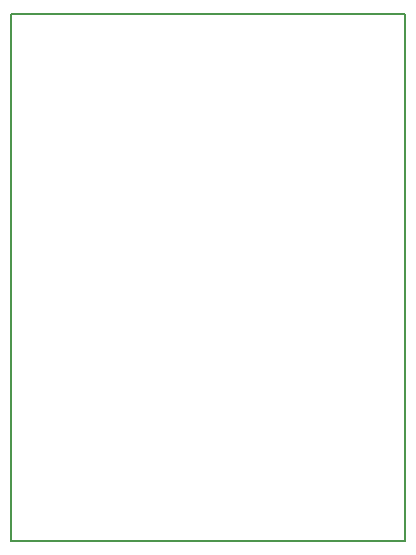
<source format=gbr>
G04 #@! TF.FileFunction,Profile,NP*
%FSLAX46Y46*%
G04 Gerber Fmt 4.6, Leading zero omitted, Abs format (unit mm)*
G04 Created by KiCad (PCBNEW 4.0.7-e2-6376~58~ubuntu16.04.1) date Mon Apr  2 12:22:34 2018*
%MOMM*%
%LPD*%
G01*
G04 APERTURE LIST*
%ADD10C,0.100000*%
%ADD11C,0.150000*%
G04 APERTURE END LIST*
D10*
D11*
X138049000Y-109855000D02*
X104648000Y-109855000D01*
X138049000Y-65278000D02*
X138049000Y-109855000D01*
X137668000Y-65278000D02*
X138049000Y-65278000D01*
X104648000Y-108712000D02*
X104648000Y-109855000D01*
X104648000Y-65278000D02*
X104648000Y-108712000D01*
X137668000Y-65278000D02*
X104648000Y-65278000D01*
M02*

</source>
